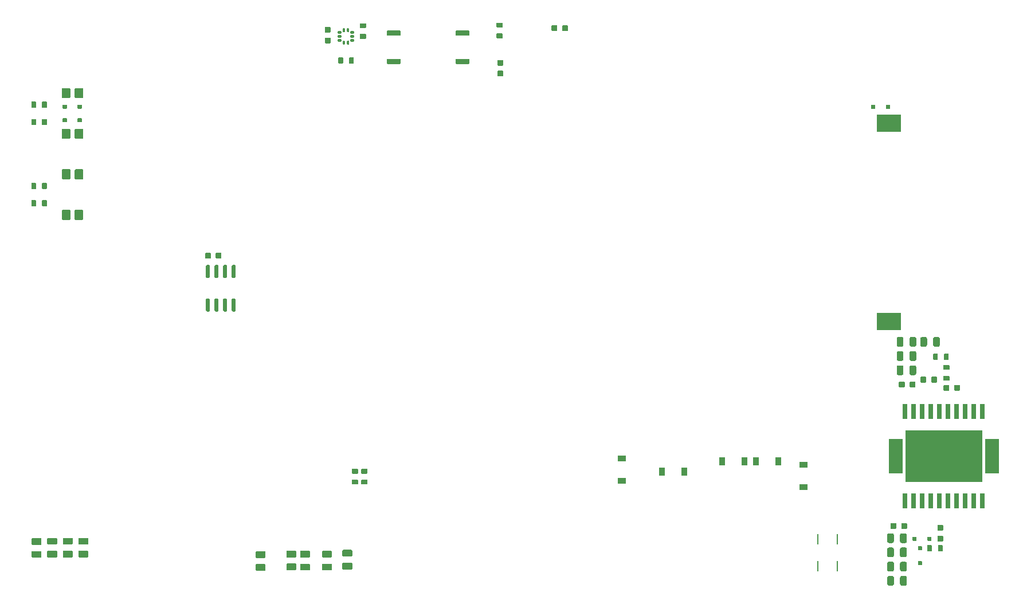
<source format=gtp>
G04 #@! TF.GenerationSoftware,KiCad,Pcbnew,(5.99.0-12439-g94954386e6)*
G04 #@! TF.CreationDate,2021-10-12T01:17:31+03:00*
G04 #@! TF.ProjectId,hellen121vag,68656c6c-656e-4313-9231-7661672e6b69,b*
G04 #@! TF.SameCoordinates,PX2b953a0PY6943058*
G04 #@! TF.FileFunction,Paste,Top*
G04 #@! TF.FilePolarity,Positive*
%FSLAX46Y46*%
G04 Gerber Fmt 4.6, Leading zero omitted, Abs format (unit mm)*
G04 Created by KiCad (PCBNEW (5.99.0-12439-g94954386e6)) date 2021-10-12 01:17:31*
%MOMM*%
%LPD*%
G01*
G04 APERTURE LIST*
%ADD10O,0.000001X0.000001*%
%ADD11R,0.203200X1.524000*%
%ADD12R,1.200000X0.900000*%
%ADD13R,0.800000X2.200000*%
%ADD14R,2.032000X5.080000*%
%ADD15R,11.430000X7.620000*%
%ADD16R,3.600000X2.600000*%
%ADD17R,0.900000X1.200000*%
G04 APERTURE END LIST*
G04 #@! TO.C,U3*
G36*
G01*
X34145000Y64850000D02*
X33845000Y64850000D01*
G75*
G02*
X33695000Y65000000I0J150000D01*
G01*
X33695000Y66650000D01*
G75*
G02*
X33845000Y66800000I150000J0D01*
G01*
X34145000Y66800000D01*
G75*
G02*
X34295000Y66650000I0J-150000D01*
G01*
X34295000Y65000000D01*
G75*
G02*
X34145000Y64850000I-150000J0D01*
G01*
G37*
G36*
G01*
X35415000Y64850000D02*
X35115000Y64850000D01*
G75*
G02*
X34965000Y65000000I0J150000D01*
G01*
X34965000Y66650000D01*
G75*
G02*
X35115000Y66800000I150000J0D01*
G01*
X35415000Y66800000D01*
G75*
G02*
X35565000Y66650000I0J-150000D01*
G01*
X35565000Y65000000D01*
G75*
G02*
X35415000Y64850000I-150000J0D01*
G01*
G37*
G36*
G01*
X36685000Y64850000D02*
X36385000Y64850000D01*
G75*
G02*
X36235000Y65000000I0J150000D01*
G01*
X36235000Y66650000D01*
G75*
G02*
X36385000Y66800000I150000J0D01*
G01*
X36685000Y66800000D01*
G75*
G02*
X36835000Y66650000I0J-150000D01*
G01*
X36835000Y65000000D01*
G75*
G02*
X36685000Y64850000I-150000J0D01*
G01*
G37*
G36*
G01*
X37955000Y64850000D02*
X37655000Y64850000D01*
G75*
G02*
X37505000Y65000000I0J150000D01*
G01*
X37505000Y66650000D01*
G75*
G02*
X37655000Y66800000I150000J0D01*
G01*
X37955000Y66800000D01*
G75*
G02*
X38105000Y66650000I0J-150000D01*
G01*
X38105000Y65000000D01*
G75*
G02*
X37955000Y64850000I-150000J0D01*
G01*
G37*
G36*
G01*
X37955000Y69800000D02*
X37655000Y69800000D01*
G75*
G02*
X37505000Y69950000I0J150000D01*
G01*
X37505000Y71600000D01*
G75*
G02*
X37655000Y71750000I150000J0D01*
G01*
X37955000Y71750000D01*
G75*
G02*
X38105000Y71600000I0J-150000D01*
G01*
X38105000Y69950000D01*
G75*
G02*
X37955000Y69800000I-150000J0D01*
G01*
G37*
G36*
G01*
X36685000Y69800000D02*
X36385000Y69800000D01*
G75*
G02*
X36235000Y69950000I0J150000D01*
G01*
X36235000Y71600000D01*
G75*
G02*
X36385000Y71750000I150000J0D01*
G01*
X36685000Y71750000D01*
G75*
G02*
X36835000Y71600000I0J-150000D01*
G01*
X36835000Y69950000D01*
G75*
G02*
X36685000Y69800000I-150000J0D01*
G01*
G37*
G36*
G01*
X35415000Y69800000D02*
X35115000Y69800000D01*
G75*
G02*
X34965000Y69950000I0J150000D01*
G01*
X34965000Y71600000D01*
G75*
G02*
X35115000Y71750000I150000J0D01*
G01*
X35415000Y71750000D01*
G75*
G02*
X35565000Y71600000I0J-150000D01*
G01*
X35565000Y69950000D01*
G75*
G02*
X35415000Y69800000I-150000J0D01*
G01*
G37*
G36*
G01*
X34145000Y69800000D02*
X33845000Y69800000D01*
G75*
G02*
X33695000Y69950000I0J150000D01*
G01*
X33695000Y71600000D01*
G75*
G02*
X33845000Y71750000I150000J0D01*
G01*
X34145000Y71750000D01*
G75*
G02*
X34295000Y71600000I0J-150000D01*
G01*
X34295000Y69950000D01*
G75*
G02*
X34145000Y69800000I-150000J0D01*
G01*
G37*
G04 #@! TD*
G04 #@! TO.C,R22*
G36*
G01*
X143450000Y58565000D02*
X143450000Y57785000D01*
G75*
G02*
X143380000Y57715000I-70000J0D01*
G01*
X142820000Y57715000D01*
G75*
G02*
X142750000Y57785000I0J70000D01*
G01*
X142750000Y58565000D01*
G75*
G02*
X142820000Y58635000I70000J0D01*
G01*
X143380000Y58635000D01*
G75*
G02*
X143450000Y58565000I0J-70000D01*
G01*
G37*
G36*
G01*
X141850000Y58565000D02*
X141850000Y57785000D01*
G75*
G02*
X141780000Y57715000I-70000J0D01*
G01*
X141220000Y57715000D01*
G75*
G02*
X141150000Y57785000I0J70000D01*
G01*
X141150000Y58565000D01*
G75*
G02*
X141220000Y58635000I70000J0D01*
G01*
X141780000Y58635000D01*
G75*
G02*
X141850000Y58565000I0J-70000D01*
G01*
G37*
G04 #@! TD*
G04 #@! TO.C,C15*
G36*
G01*
X51360000Y106915001D02*
X52040000Y106915001D01*
G75*
G02*
X52125000Y106830001I0J-85000D01*
G01*
X52125000Y106150001D01*
G75*
G02*
X52040000Y106065001I-85000J0D01*
G01*
X51360000Y106065001D01*
G75*
G02*
X51275000Y106150001I0J85000D01*
G01*
X51275000Y106830001D01*
G75*
G02*
X51360000Y106915001I85000J0D01*
G01*
G37*
G36*
G01*
X51360000Y105334999D02*
X52040000Y105334999D01*
G75*
G02*
X52125000Y105249999I0J-85000D01*
G01*
X52125000Y104569999D01*
G75*
G02*
X52040000Y104484999I-85000J0D01*
G01*
X51360000Y104484999D01*
G75*
G02*
X51275000Y104569999I0J85000D01*
G01*
X51275000Y105249999D01*
G75*
G02*
X51360000Y105334999I85000J0D01*
G01*
G37*
G04 #@! TD*
G04 #@! TO.C,C6*
G36*
G01*
X77540000Y99584999D02*
X76860000Y99584999D01*
G75*
G02*
X76775000Y99669999I0J85000D01*
G01*
X76775000Y100349999D01*
G75*
G02*
X76860000Y100434999I85000J0D01*
G01*
X77540000Y100434999D01*
G75*
G02*
X77625000Y100349999I0J-85000D01*
G01*
X77625000Y99669999D01*
G75*
G02*
X77540000Y99584999I-85000J0D01*
G01*
G37*
G36*
G01*
X77540000Y101165001D02*
X76860000Y101165001D01*
G75*
G02*
X76775000Y101250001I0J85000D01*
G01*
X76775000Y101930001D01*
G75*
G02*
X76860000Y102015001I85000J0D01*
G01*
X77540000Y102015001D01*
G75*
G02*
X77625000Y101930001I0J-85000D01*
G01*
X77625000Y101250001D01*
G75*
G02*
X77540000Y101165001I-85000J0D01*
G01*
G37*
G04 #@! TD*
D10*
G04 #@! TO.C,M1*
X45912501Y97531666D03*
G04 #@! TD*
G04 #@! TO.C,M6*
X95546542Y48347505D03*
G04 #@! TD*
G04 #@! TO.C,D8*
G36*
G01*
X14312000Y90505000D02*
X14312000Y91745000D01*
G75*
G02*
X14442000Y91875000I130000J0D01*
G01*
X15482000Y91875000D01*
G75*
G02*
X15612000Y91745000I0J-130000D01*
G01*
X15612000Y90505000D01*
G75*
G02*
X15482000Y90375000I-130000J0D01*
G01*
X14442000Y90375000D01*
G75*
G02*
X14312000Y90505000I0J130000D01*
G01*
G37*
G36*
G01*
X12411979Y90505000D02*
X12411979Y91745000D01*
G75*
G02*
X12541979Y91875000I130000J0D01*
G01*
X13581979Y91875000D01*
G75*
G02*
X13711979Y91745000I0J-130000D01*
G01*
X13711979Y90505000D01*
G75*
G02*
X13581979Y90375000I-130000J0D01*
G01*
X12541979Y90375000D01*
G75*
G02*
X12411979Y90505000I0J130000D01*
G01*
G37*
G04 #@! TD*
G04 #@! TO.C,R13*
G36*
G01*
X8075000Y31375001D02*
X9325000Y31375001D01*
G75*
G02*
X9425000Y31275001I0J-100000D01*
G01*
X9425000Y30475001D01*
G75*
G02*
X9325000Y30375001I-100000J0D01*
G01*
X8075000Y30375001D01*
G75*
G02*
X7975000Y30475001I0J100000D01*
G01*
X7975000Y31275001D01*
G75*
G02*
X8075000Y31375001I100000J0D01*
G01*
G37*
G36*
G01*
X8075000Y29474979D02*
X9325000Y29474979D01*
G75*
G02*
X9425000Y29374979I0J-100000D01*
G01*
X9425000Y28574979D01*
G75*
G02*
X9325000Y28474979I-100000J0D01*
G01*
X8075000Y28474979D01*
G75*
G02*
X7975000Y28574979I0J100000D01*
G01*
X7975000Y29374979D01*
G75*
G02*
X8075000Y29474979I100000J0D01*
G01*
G37*
G04 #@! TD*
G04 #@! TO.C,R4*
G36*
G01*
X55225000Y26749999D02*
X53975000Y26749999D01*
G75*
G02*
X53875000Y26849999I0J100000D01*
G01*
X53875000Y27649999D01*
G75*
G02*
X53975000Y27749999I100000J0D01*
G01*
X55225000Y27749999D01*
G75*
G02*
X55325000Y27649999I0J-100000D01*
G01*
X55325000Y26849999D01*
G75*
G02*
X55225000Y26749999I-100000J0D01*
G01*
G37*
G36*
G01*
X55225000Y28650021D02*
X53975000Y28650021D01*
G75*
G02*
X53875000Y28750021I0J100000D01*
G01*
X53875000Y29550021D01*
G75*
G02*
X53975000Y29650021I100000J0D01*
G01*
X55225000Y29650021D01*
G75*
G02*
X55325000Y29550021I0J-100000D01*
G01*
X55325000Y28750021D01*
G75*
G02*
X55225000Y28650021I-100000J0D01*
G01*
G37*
G04 #@! TD*
G04 #@! TO.C,R16*
G36*
G01*
X10212000Y95790000D02*
X10212000Y95010000D01*
G75*
G02*
X10142000Y94940000I-70000J0D01*
G01*
X9582000Y94940000D01*
G75*
G02*
X9512000Y95010000I0J70000D01*
G01*
X9512000Y95790000D01*
G75*
G02*
X9582000Y95860000I70000J0D01*
G01*
X10142000Y95860000D01*
G75*
G02*
X10212000Y95790000I0J-70000D01*
G01*
G37*
G36*
G01*
X8612000Y95790000D02*
X8612000Y95010000D01*
G75*
G02*
X8542000Y94940000I-70000J0D01*
G01*
X7982000Y94940000D01*
G75*
G02*
X7912000Y95010000I0J70000D01*
G01*
X7912000Y95790000D01*
G75*
G02*
X7982000Y95860000I70000J0D01*
G01*
X8542000Y95860000D01*
G75*
G02*
X8612000Y95790000I0J-70000D01*
G01*
G37*
G04 #@! TD*
G04 #@! TO.C,C5*
G36*
G01*
X145122001Y53932163D02*
X145122001Y53252163D01*
G75*
G02*
X145037001Y53167163I-85000J0D01*
G01*
X144357001Y53167163D01*
G75*
G02*
X144272001Y53252163I0J85000D01*
G01*
X144272001Y53932163D01*
G75*
G02*
X144357001Y54017163I85000J0D01*
G01*
X145037001Y54017163D01*
G75*
G02*
X145122001Y53932163I0J-85000D01*
G01*
G37*
G36*
G01*
X143541999Y53932163D02*
X143541999Y53252163D01*
G75*
G02*
X143456999Y53167163I-85000J0D01*
G01*
X142776999Y53167163D01*
G75*
G02*
X142691999Y53252163I0J85000D01*
G01*
X142691999Y53932163D01*
G75*
G02*
X142776999Y54017163I85000J0D01*
G01*
X143456999Y54017163D01*
G75*
G02*
X143541999Y53932163I0J-85000D01*
G01*
G37*
G04 #@! TD*
G04 #@! TO.C,C11*
G36*
G01*
X134362000Y30900000D02*
X134362000Y31850000D01*
G75*
G02*
X134612000Y32100000I250000J0D01*
G01*
X135112000Y32100000D01*
G75*
G02*
X135362000Y31850000I0J-250000D01*
G01*
X135362000Y30900000D01*
G75*
G02*
X135112000Y30650000I-250000J0D01*
G01*
X134612000Y30650000D01*
G75*
G02*
X134362000Y30900000I0J250000D01*
G01*
G37*
G36*
G01*
X136262000Y30900000D02*
X136262000Y31850000D01*
G75*
G02*
X136512000Y32100000I250000J0D01*
G01*
X137012000Y32100000D01*
G75*
G02*
X137262000Y31850000I0J-250000D01*
G01*
X137262000Y30900000D01*
G75*
G02*
X137012000Y30650000I-250000J0D01*
G01*
X136512000Y30650000D01*
G75*
G02*
X136262000Y30900000I0J250000D01*
G01*
G37*
G04 #@! TD*
G04 #@! TO.C,R8*
G36*
G01*
X47725000Y29500001D02*
X48975000Y29500001D01*
G75*
G02*
X49075000Y29400001I0J-100000D01*
G01*
X49075000Y28600001D01*
G75*
G02*
X48975000Y28500001I-100000J0D01*
G01*
X47725000Y28500001D01*
G75*
G02*
X47625000Y28600001I0J100000D01*
G01*
X47625000Y29400001D01*
G75*
G02*
X47725000Y29500001I100000J0D01*
G01*
G37*
G36*
G01*
X47725000Y27599979D02*
X48975000Y27599979D01*
G75*
G02*
X49075000Y27499979I0J-100000D01*
G01*
X49075000Y26699979D01*
G75*
G02*
X48975000Y26599979I-100000J0D01*
G01*
X47725000Y26599979D01*
G75*
G02*
X47625000Y26699979I0J100000D01*
G01*
X47625000Y27499979D01*
G75*
G02*
X47725000Y27599979I100000J0D01*
G01*
G37*
G04 #@! TD*
D11*
G04 #@! TO.C,F1*
X124075000Y27250000D03*
X124075000Y31250010D03*
G04 #@! TD*
D12*
G04 #@! TO.C,D10*
X122016200Y38951200D03*
X122016200Y42251200D03*
G04 #@! TD*
D13*
G04 #@! TO.C,U1*
X136992000Y36892163D03*
X138262000Y36892163D03*
X139532000Y36892163D03*
X140802000Y36892163D03*
X142072000Y36892163D03*
X143342000Y36892163D03*
X144612000Y36892163D03*
X145882000Y36892163D03*
X147152000Y36892163D03*
X148422000Y36892163D03*
X148422000Y50092163D03*
X147152000Y50092163D03*
X145882000Y50092163D03*
X144612000Y50092163D03*
X143342000Y50092163D03*
X142072000Y50092163D03*
X140802000Y50092163D03*
X139532000Y50092163D03*
X138262000Y50092163D03*
X136992000Y50092163D03*
D14*
X135595000Y43492163D03*
D15*
X142707000Y43492163D03*
D14*
X149819000Y43492163D03*
G04 #@! TD*
G04 #@! TO.C,R21*
G36*
G01*
X10212000Y81240000D02*
X10212000Y80460000D01*
G75*
G02*
X10142000Y80390000I-70000J0D01*
G01*
X9582000Y80390000D01*
G75*
G02*
X9512000Y80460000I0J70000D01*
G01*
X9512000Y81240000D01*
G75*
G02*
X9582000Y81310000I70000J0D01*
G01*
X10142000Y81310000D01*
G75*
G02*
X10212000Y81240000I0J-70000D01*
G01*
G37*
G36*
G01*
X8612000Y81240000D02*
X8612000Y80460000D01*
G75*
G02*
X8542000Y80390000I-70000J0D01*
G01*
X7982000Y80390000D01*
G75*
G02*
X7912000Y80460000I0J70000D01*
G01*
X7912000Y81240000D01*
G75*
G02*
X7982000Y81310000I70000J0D01*
G01*
X8542000Y81310000D01*
G75*
G02*
X8612000Y81240000I0J-70000D01*
G01*
G37*
G04 #@! TD*
D10*
G04 #@! TO.C,M10*
X25350001Y74749997D03*
G04 #@! TD*
G04 #@! TO.C,D4*
G36*
G01*
X14312000Y96505000D02*
X14312000Y97745000D01*
G75*
G02*
X14442000Y97875000I130000J0D01*
G01*
X15482000Y97875000D01*
G75*
G02*
X15612000Y97745000I0J-130000D01*
G01*
X15612000Y96505000D01*
G75*
G02*
X15482000Y96375000I-130000J0D01*
G01*
X14442000Y96375000D01*
G75*
G02*
X14312000Y96505000I0J130000D01*
G01*
G37*
G36*
G01*
X12411979Y96505000D02*
X12411979Y97745000D01*
G75*
G02*
X12541979Y97875000I130000J0D01*
G01*
X13581979Y97875000D01*
G75*
G02*
X13711979Y97745000I0J-130000D01*
G01*
X13711979Y96505000D01*
G75*
G02*
X13581979Y96375000I-130000J0D01*
G01*
X12541979Y96375000D01*
G75*
G02*
X12411979Y96505000I0J130000D01*
G01*
G37*
G04 #@! TD*
G04 #@! TO.C,C16*
G36*
G01*
X36015001Y73440000D02*
X36015001Y72760000D01*
G75*
G02*
X35930001Y72675000I-85000J0D01*
G01*
X35250001Y72675000D01*
G75*
G02*
X35165001Y72760000I0J85000D01*
G01*
X35165001Y73440000D01*
G75*
G02*
X35250001Y73525000I85000J0D01*
G01*
X35930001Y73525000D01*
G75*
G02*
X36015001Y73440000I0J-85000D01*
G01*
G37*
G36*
G01*
X34434999Y73440000D02*
X34434999Y72760000D01*
G75*
G02*
X34349999Y72675000I-85000J0D01*
G01*
X33669999Y72675000D01*
G75*
G02*
X33584999Y72760000I0J85000D01*
G01*
X33584999Y73440000D01*
G75*
G02*
X33669999Y73525000I85000J0D01*
G01*
X34349999Y73525000D01*
G75*
G02*
X34434999Y73440000I0J-85000D01*
G01*
G37*
G04 #@! TD*
G04 #@! TO.C,S1*
G36*
G01*
X60542000Y106400001D02*
X62382000Y106400001D01*
G75*
G02*
X62462000Y106320001I0J-80000D01*
G01*
X62462000Y105680001D01*
G75*
G02*
X62382000Y105600001I-80000J0D01*
G01*
X60542000Y105600001D01*
G75*
G02*
X60462000Y105680001I0J80000D01*
G01*
X60462000Y106320001D01*
G75*
G02*
X60542000Y106400001I80000J0D01*
G01*
G37*
G36*
G01*
X60542000Y102200000D02*
X62382000Y102200000D01*
G75*
G02*
X62462000Y102120000I0J-80000D01*
G01*
X62462000Y101480000D01*
G75*
G02*
X62382000Y101400000I-80000J0D01*
G01*
X60542000Y101400000D01*
G75*
G02*
X60462000Y101480000I0J80000D01*
G01*
X60462000Y102120000D01*
G75*
G02*
X60542000Y102200000I80000J0D01*
G01*
G37*
G04 #@! TD*
D16*
G04 #@! TO.C,BT1*
X134600000Y92700000D03*
X134600000Y63400000D03*
G04 #@! TD*
G04 #@! TO.C,R5*
G36*
G01*
X142717000Y56942163D02*
X143497000Y56942163D01*
G75*
G02*
X143567000Y56872163I0J-70000D01*
G01*
X143567000Y56312163D01*
G75*
G02*
X143497000Y56242163I-70000J0D01*
G01*
X142717000Y56242163D01*
G75*
G02*
X142647000Y56312163I0J70000D01*
G01*
X142647000Y56872163D01*
G75*
G02*
X142717000Y56942163I70000J0D01*
G01*
G37*
G36*
G01*
X142717000Y55342163D02*
X143497000Y55342163D01*
G75*
G02*
X143567000Y55272163I0J-70000D01*
G01*
X143567000Y54712163D01*
G75*
G02*
X143497000Y54642163I-70000J0D01*
G01*
X142717000Y54642163D01*
G75*
G02*
X142647000Y54712163I0J70000D01*
G01*
X142647000Y55272163D01*
G75*
G02*
X142717000Y55342163I70000J0D01*
G01*
G37*
G04 #@! TD*
G04 #@! TO.C,U2*
G36*
G01*
X54200000Y104300000D02*
X54000000Y104300000D01*
G75*
G02*
X53900000Y104400000I0J100000D01*
G01*
X53900000Y104750000D01*
G75*
G02*
X54000000Y104850000I100000J0D01*
G01*
X54200000Y104850000D01*
G75*
G02*
X54300000Y104750000I0J-100000D01*
G01*
X54300000Y104400000D01*
G75*
G02*
X54200000Y104300000I-100000J0D01*
G01*
G37*
G36*
G01*
X54800000Y104300000D02*
X54600000Y104300000D01*
G75*
G02*
X54500000Y104400000I0J100000D01*
G01*
X54500000Y104750000D01*
G75*
G02*
X54600000Y104850000I100000J0D01*
G01*
X54800000Y104850000D01*
G75*
G02*
X54900000Y104750000I0J-100000D01*
G01*
X54900000Y104400000D01*
G75*
G02*
X54800000Y104300000I-100000J0D01*
G01*
G37*
G36*
G01*
X55500000Y104700000D02*
X55150000Y104700000D01*
G75*
G02*
X55050000Y104800000I0J100000D01*
G01*
X55050000Y105000000D01*
G75*
G02*
X55150000Y105100000I100000J0D01*
G01*
X55500000Y105100000D01*
G75*
G02*
X55600000Y105000000I0J-100000D01*
G01*
X55600000Y104800000D01*
G75*
G02*
X55500000Y104700000I-100000J0D01*
G01*
G37*
G36*
G01*
X55500000Y105300000D02*
X55150000Y105300000D01*
G75*
G02*
X55050000Y105400000I0J100000D01*
G01*
X55050000Y105600000D01*
G75*
G02*
X55150000Y105700000I100000J0D01*
G01*
X55500000Y105700000D01*
G75*
G02*
X55600000Y105600000I0J-100000D01*
G01*
X55600000Y105400000D01*
G75*
G02*
X55500000Y105300000I-100000J0D01*
G01*
G37*
G36*
G01*
X55500000Y105900000D02*
X55150000Y105900000D01*
G75*
G02*
X55050000Y106000000I0J100000D01*
G01*
X55050000Y106200000D01*
G75*
G02*
X55150000Y106300000I100000J0D01*
G01*
X55500000Y106300000D01*
G75*
G02*
X55600000Y106200000I0J-100000D01*
G01*
X55600000Y106000000D01*
G75*
G02*
X55500000Y105900000I-100000J0D01*
G01*
G37*
G36*
G01*
X54800000Y106150000D02*
X54600000Y106150000D01*
G75*
G02*
X54500000Y106250000I0J100000D01*
G01*
X54500000Y106600000D01*
G75*
G02*
X54600000Y106700000I100000J0D01*
G01*
X54800000Y106700000D01*
G75*
G02*
X54900000Y106600000I0J-100000D01*
G01*
X54900000Y106250000D01*
G75*
G02*
X54800000Y106150000I-100000J0D01*
G01*
G37*
G36*
G01*
X54200000Y106150000D02*
X54000000Y106150000D01*
G75*
G02*
X53900000Y106250000I0J100000D01*
G01*
X53900000Y106600000D01*
G75*
G02*
X54000000Y106700000I100000J0D01*
G01*
X54200000Y106700000D01*
G75*
G02*
X54300000Y106600000I0J-100000D01*
G01*
X54300000Y106250000D01*
G75*
G02*
X54200000Y106150000I-100000J0D01*
G01*
G37*
G36*
G01*
X53650000Y105900000D02*
X53300000Y105900000D01*
G75*
G02*
X53200000Y106000000I0J100000D01*
G01*
X53200000Y106200000D01*
G75*
G02*
X53300000Y106300000I100000J0D01*
G01*
X53650000Y106300000D01*
G75*
G02*
X53750000Y106200000I0J-100000D01*
G01*
X53750000Y106000000D01*
G75*
G02*
X53650000Y105900000I-100000J0D01*
G01*
G37*
G36*
G01*
X53650000Y105300000D02*
X53300000Y105300000D01*
G75*
G02*
X53200000Y105400000I0J100000D01*
G01*
X53200000Y105600000D01*
G75*
G02*
X53300000Y105700000I100000J0D01*
G01*
X53650000Y105700000D01*
G75*
G02*
X53750000Y105600000I0J-100000D01*
G01*
X53750000Y105400000D01*
G75*
G02*
X53650000Y105300000I-100000J0D01*
G01*
G37*
G36*
G01*
X53650000Y104700000D02*
X53300000Y104700000D01*
G75*
G02*
X53200000Y104800000I0J100000D01*
G01*
X53200000Y105000000D01*
G75*
G02*
X53300000Y105100000I100000J0D01*
G01*
X53650000Y105100000D01*
G75*
G02*
X53750000Y105000000I0J-100000D01*
G01*
X53750000Y104800000D01*
G75*
G02*
X53650000Y104700000I-100000J0D01*
G01*
G37*
G04 #@! TD*
G04 #@! TO.C,D5*
G36*
G01*
X15302000Y92825000D02*
X14822000Y92825000D01*
G75*
G02*
X14762000Y92885000I0J60000D01*
G01*
X14762000Y93365000D01*
G75*
G02*
X14822000Y93425000I60000J0D01*
G01*
X15302000Y93425000D01*
G75*
G02*
X15362000Y93365000I0J-60000D01*
G01*
X15362000Y92885000D01*
G75*
G02*
X15302000Y92825000I-60000J0D01*
G01*
G37*
G36*
G01*
X13102000Y92825000D02*
X12622000Y92825000D01*
G75*
G02*
X12562000Y92885000I0J60000D01*
G01*
X12562000Y93365000D01*
G75*
G02*
X12622000Y93425000I60000J0D01*
G01*
X13102000Y93425000D01*
G75*
G02*
X13162000Y93365000I0J-60000D01*
G01*
X13162000Y92885000D01*
G75*
G02*
X13102000Y92825000I-60000J0D01*
G01*
G37*
G04 #@! TD*
G04 #@! TO.C,R18*
G36*
G01*
X53274986Y101550001D02*
X53274986Y102330001D01*
G75*
G02*
X53344986Y102400001I70000J0D01*
G01*
X53904986Y102400001D01*
G75*
G02*
X53974986Y102330001I0J-70000D01*
G01*
X53974986Y101550001D01*
G75*
G02*
X53904986Y101480001I-70000J0D01*
G01*
X53344986Y101480001D01*
G75*
G02*
X53274986Y101550001I0J70000D01*
G01*
G37*
G36*
G01*
X54874986Y101550001D02*
X54874986Y102330001D01*
G75*
G02*
X54944986Y102400001I70000J0D01*
G01*
X55504986Y102400001D01*
G75*
G02*
X55574986Y102330001I0J-70000D01*
G01*
X55574986Y101550001D01*
G75*
G02*
X55504986Y101480001I-70000J0D01*
G01*
X54944986Y101480001D01*
G75*
G02*
X54874986Y101550001I0J70000D01*
G01*
G37*
G04 #@! TD*
G04 #@! TO.C,R10*
G36*
G01*
X12675000Y31425001D02*
X13925000Y31425001D01*
G75*
G02*
X14025000Y31325001I0J-100000D01*
G01*
X14025000Y30525001D01*
G75*
G02*
X13925000Y30425001I-100000J0D01*
G01*
X12675000Y30425001D01*
G75*
G02*
X12575000Y30525001I0J100000D01*
G01*
X12575000Y31325001D01*
G75*
G02*
X12675000Y31425001I100000J0D01*
G01*
G37*
G36*
G01*
X12675000Y29524979D02*
X13925000Y29524979D01*
G75*
G02*
X14025000Y29424979I0J-100000D01*
G01*
X14025000Y28624979D01*
G75*
G02*
X13925000Y28524979I-100000J0D01*
G01*
X12675000Y28524979D01*
G75*
G02*
X12575000Y28624979I0J100000D01*
G01*
X12575000Y29424979D01*
G75*
G02*
X12675000Y29524979I100000J0D01*
G01*
G37*
G04 #@! TD*
G04 #@! TO.C,D3*
G36*
G01*
X15302000Y94825000D02*
X14822000Y94825000D01*
G75*
G02*
X14762000Y94885000I0J60000D01*
G01*
X14762000Y95365000D01*
G75*
G02*
X14822000Y95425000I60000J0D01*
G01*
X15302000Y95425000D01*
G75*
G02*
X15362000Y95365000I0J-60000D01*
G01*
X15362000Y94885000D01*
G75*
G02*
X15302000Y94825000I-60000J0D01*
G01*
G37*
G36*
G01*
X13102000Y94825000D02*
X12622000Y94825000D01*
G75*
G02*
X12562000Y94885000I0J60000D01*
G01*
X12562000Y95365000D01*
G75*
G02*
X12622000Y95425000I60000J0D01*
G01*
X13102000Y95425000D01*
G75*
G02*
X13162000Y95365000I0J-60000D01*
G01*
X13162000Y94885000D01*
G75*
G02*
X13102000Y94825000I-60000J0D01*
G01*
G37*
G04 #@! TD*
G04 #@! TO.C,R9*
G36*
G01*
X52225000Y26599999D02*
X50975000Y26599999D01*
G75*
G02*
X50875000Y26699999I0J100000D01*
G01*
X50875000Y27499999D01*
G75*
G02*
X50975000Y27599999I100000J0D01*
G01*
X52225000Y27599999D01*
G75*
G02*
X52325000Y27499999I0J-100000D01*
G01*
X52325000Y26699999D01*
G75*
G02*
X52225000Y26599999I-100000J0D01*
G01*
G37*
G36*
G01*
X52225000Y28500021D02*
X50975000Y28500021D01*
G75*
G02*
X50875000Y28600021I0J100000D01*
G01*
X50875000Y29400021D01*
G75*
G02*
X50975000Y29500021I100000J0D01*
G01*
X52225000Y29500021D01*
G75*
G02*
X52325000Y29400021I0J-100000D01*
G01*
X52325000Y28600021D01*
G75*
G02*
X52225000Y28500021I-100000J0D01*
G01*
G37*
G04 #@! TD*
G04 #@! TO.C,C8*
G36*
G01*
X135762000Y57804000D02*
X135762000Y58754000D01*
G75*
G02*
X136012000Y59004000I250000J0D01*
G01*
X136512000Y59004000D01*
G75*
G02*
X136762000Y58754000I0J-250000D01*
G01*
X136762000Y57804000D01*
G75*
G02*
X136512000Y57554000I-250000J0D01*
G01*
X136012000Y57554000D01*
G75*
G02*
X135762000Y57804000I0J250000D01*
G01*
G37*
G36*
G01*
X137662000Y57804000D02*
X137662000Y58754000D01*
G75*
G02*
X137912000Y59004000I250000J0D01*
G01*
X138412000Y59004000D01*
G75*
G02*
X138662000Y58754000I0J-250000D01*
G01*
X138662000Y57804000D01*
G75*
G02*
X138412000Y57554000I-250000J0D01*
G01*
X137912000Y57554000D01*
G75*
G02*
X137662000Y57804000I0J250000D01*
G01*
G37*
G04 #@! TD*
G04 #@! TO.C,D9*
G36*
G01*
X132060000Y95400000D02*
X132540000Y95400000D01*
G75*
G02*
X132600000Y95340000I0J-60000D01*
G01*
X132600000Y94860000D01*
G75*
G02*
X132540000Y94800000I-60000J0D01*
G01*
X132060000Y94800000D01*
G75*
G02*
X132000000Y94860000I0J60000D01*
G01*
X132000000Y95340000D01*
G75*
G02*
X132060000Y95400000I60000J0D01*
G01*
G37*
G36*
G01*
X134260000Y95400000D02*
X134740000Y95400000D01*
G75*
G02*
X134800000Y95340000I0J-60000D01*
G01*
X134800000Y94860000D01*
G75*
G02*
X134740000Y94800000I-60000J0D01*
G01*
X134260000Y94800000D01*
G75*
G02*
X134200000Y94860000I0J60000D01*
G01*
X134200000Y95340000D01*
G75*
G02*
X134260000Y95400000I60000J0D01*
G01*
G37*
G04 #@! TD*
G04 #@! TO.C,R6*
G36*
G01*
X56735000Y41600000D02*
X57515000Y41600000D01*
G75*
G02*
X57585000Y41530000I0J-70000D01*
G01*
X57585000Y40970000D01*
G75*
G02*
X57515000Y40900000I-70000J0D01*
G01*
X56735000Y40900000D01*
G75*
G02*
X56665000Y40970000I0J70000D01*
G01*
X56665000Y41530000D01*
G75*
G02*
X56735000Y41600000I70000J0D01*
G01*
G37*
G36*
G01*
X56735000Y40000000D02*
X57515000Y40000000D01*
G75*
G02*
X57585000Y39930000I0J-70000D01*
G01*
X57585000Y39370000D01*
G75*
G02*
X57515000Y39300000I-70000J0D01*
G01*
X56735000Y39300000D01*
G75*
G02*
X56665000Y39370000I0J70000D01*
G01*
X56665000Y39930000D01*
G75*
G02*
X56735000Y40000000I70000J0D01*
G01*
G37*
G04 #@! TD*
G04 #@! TO.C,R19*
G36*
G01*
X56510000Y107450000D02*
X57290000Y107450000D01*
G75*
G02*
X57360000Y107380000I0J-70000D01*
G01*
X57360000Y106820000D01*
G75*
G02*
X57290000Y106750000I-70000J0D01*
G01*
X56510000Y106750000D01*
G75*
G02*
X56440000Y106820000I0J70000D01*
G01*
X56440000Y107380000D01*
G75*
G02*
X56510000Y107450000I70000J0D01*
G01*
G37*
G36*
G01*
X56510000Y105850000D02*
X57290000Y105850000D01*
G75*
G02*
X57360000Y105780000I0J-70000D01*
G01*
X57360000Y105220000D01*
G75*
G02*
X57290000Y105150000I-70000J0D01*
G01*
X56510000Y105150000D01*
G75*
G02*
X56440000Y105220000I0J70000D01*
G01*
X56440000Y105780000D01*
G75*
G02*
X56510000Y105850000I70000J0D01*
G01*
G37*
G04 #@! TD*
D17*
G04 #@! TO.C,D12*
X113303000Y42709400D03*
X110003000Y42709400D03*
G04 #@! TD*
G04 #@! TO.C,D11*
X114981400Y42709400D03*
X118281400Y42709400D03*
G04 #@! TD*
G04 #@! TO.C,C10*
G36*
G01*
X142150000Y60850000D02*
X142150000Y59900000D01*
G75*
G02*
X141900000Y59650000I-250000J0D01*
G01*
X141400000Y59650000D01*
G75*
G02*
X141150000Y59900000I0J250000D01*
G01*
X141150000Y60850000D01*
G75*
G02*
X141400000Y61100000I250000J0D01*
G01*
X141900000Y61100000D01*
G75*
G02*
X142150000Y60850000I0J-250000D01*
G01*
G37*
G36*
G01*
X140250000Y60850000D02*
X140250000Y59900000D01*
G75*
G02*
X140000000Y59650000I-250000J0D01*
G01*
X139500000Y59650000D01*
G75*
G02*
X139250000Y59900000I0J250000D01*
G01*
X139250000Y60850000D01*
G75*
G02*
X139500000Y61100000I250000J0D01*
G01*
X140000000Y61100000D01*
G75*
G02*
X140250000Y60850000I0J-250000D01*
G01*
G37*
G04 #@! TD*
G04 #@! TO.C,R2*
G36*
G01*
X46950000Y26619999D02*
X45700000Y26619999D01*
G75*
G02*
X45600000Y26719999I0J100000D01*
G01*
X45600000Y27519999D01*
G75*
G02*
X45700000Y27619999I100000J0D01*
G01*
X46950000Y27619999D01*
G75*
G02*
X47050000Y27519999I0J-100000D01*
G01*
X47050000Y26719999D01*
G75*
G02*
X46950000Y26619999I-100000J0D01*
G01*
G37*
G36*
G01*
X46950000Y28520021D02*
X45700000Y28520021D01*
G75*
G02*
X45600000Y28620021I0J100000D01*
G01*
X45600000Y29420021D01*
G75*
G02*
X45700000Y29520021I100000J0D01*
G01*
X46950000Y29520021D01*
G75*
G02*
X47050000Y29420021I0J-100000D01*
G01*
X47050000Y28620021D01*
G75*
G02*
X46950000Y28520021I-100000J0D01*
G01*
G37*
G04 #@! TD*
G04 #@! TO.C,D14*
X104350000Y41175000D03*
X101050000Y41175000D03*
G04 #@! TD*
G04 #@! TO.C,R12*
G36*
G01*
X14975000Y31425022D02*
X16225000Y31425022D01*
G75*
G02*
X16325000Y31325022I0J-100000D01*
G01*
X16325000Y30525022D01*
G75*
G02*
X16225000Y30425022I-100000J0D01*
G01*
X14975000Y30425022D01*
G75*
G02*
X14875000Y30525022I0J100000D01*
G01*
X14875000Y31325022D01*
G75*
G02*
X14975000Y31425022I100000J0D01*
G01*
G37*
G36*
G01*
X14975000Y29525000D02*
X16225000Y29525000D01*
G75*
G02*
X16325000Y29425000I0J-100000D01*
G01*
X16325000Y28625000D01*
G75*
G02*
X16225000Y28525000I-100000J0D01*
G01*
X14975000Y28525000D01*
G75*
G02*
X14875000Y28625000I0J100000D01*
G01*
X14875000Y29425000D01*
G75*
G02*
X14975000Y29525000I100000J0D01*
G01*
G37*
G04 #@! TD*
D11*
G04 #@! TO.C,F2*
X126975000Y27250000D03*
X126975000Y31250010D03*
G04 #@! TD*
G04 #@! TO.C,C14*
G36*
G01*
X134362000Y28800000D02*
X134362000Y29750000D01*
G75*
G02*
X134612000Y30000000I250000J0D01*
G01*
X135112000Y30000000D01*
G75*
G02*
X135362000Y29750000I0J-250000D01*
G01*
X135362000Y28800000D01*
G75*
G02*
X135112000Y28550000I-250000J0D01*
G01*
X134612000Y28550000D01*
G75*
G02*
X134362000Y28800000I0J250000D01*
G01*
G37*
G36*
G01*
X136262000Y28800000D02*
X136262000Y29750000D01*
G75*
G02*
X136512000Y30000000I250000J0D01*
G01*
X137012000Y30000000D01*
G75*
G02*
X137262000Y29750000I0J-250000D01*
G01*
X137262000Y28800000D01*
G75*
G02*
X137012000Y28550000I-250000J0D01*
G01*
X136512000Y28550000D01*
G75*
G02*
X136262000Y28800000I0J250000D01*
G01*
G37*
G04 #@! TD*
G04 #@! TO.C,C3*
G36*
G01*
X141722001Y55132163D02*
X141722001Y54452163D01*
G75*
G02*
X141637001Y54367163I-85000J0D01*
G01*
X140957001Y54367163D01*
G75*
G02*
X140872001Y54452163I0J85000D01*
G01*
X140872001Y55132163D01*
G75*
G02*
X140957001Y55217163I85000J0D01*
G01*
X141637001Y55217163D01*
G75*
G02*
X141722001Y55132163I0J-85000D01*
G01*
G37*
G36*
G01*
X140141999Y55132163D02*
X140141999Y54452163D01*
G75*
G02*
X140056999Y54367163I-85000J0D01*
G01*
X139376999Y54367163D01*
G75*
G02*
X139291999Y54452163I0J85000D01*
G01*
X139291999Y55132163D01*
G75*
G02*
X139376999Y55217163I85000J0D01*
G01*
X140056999Y55217163D01*
G75*
G02*
X140141999Y55132163I0J-85000D01*
G01*
G37*
G04 #@! TD*
G04 #@! TO.C,C2*
G36*
G01*
X134856998Y32835000D02*
X134856998Y33515000D01*
G75*
G02*
X134941998Y33600000I85000J0D01*
G01*
X135621998Y33600000D01*
G75*
G02*
X135706998Y33515000I0J-85000D01*
G01*
X135706998Y32835000D01*
G75*
G02*
X135621998Y32750000I-85000J0D01*
G01*
X134941998Y32750000D01*
G75*
G02*
X134856998Y32835000I0J85000D01*
G01*
G37*
G36*
G01*
X136437000Y32835000D02*
X136437000Y33515000D01*
G75*
G02*
X136522000Y33600000I85000J0D01*
G01*
X137202000Y33600000D01*
G75*
G02*
X137287000Y33515000I0J-85000D01*
G01*
X137287000Y32835000D01*
G75*
G02*
X137202000Y32750000I-85000J0D01*
G01*
X136522000Y32750000D01*
G75*
G02*
X136437000Y32835000I0J85000D01*
G01*
G37*
G04 #@! TD*
G04 #@! TO.C,C12*
G36*
G01*
X134362000Y26700000D02*
X134362000Y27650000D01*
G75*
G02*
X134612000Y27900000I250000J0D01*
G01*
X135112000Y27900000D01*
G75*
G02*
X135362000Y27650000I0J-250000D01*
G01*
X135362000Y26700000D01*
G75*
G02*
X135112000Y26450000I-250000J0D01*
G01*
X134612000Y26450000D01*
G75*
G02*
X134362000Y26700000I0J250000D01*
G01*
G37*
G36*
G01*
X136262000Y26700000D02*
X136262000Y27650000D01*
G75*
G02*
X136512000Y27900000I250000J0D01*
G01*
X137012000Y27900000D01*
G75*
G02*
X137262000Y27650000I0J-250000D01*
G01*
X137262000Y26700000D01*
G75*
G02*
X137012000Y26450000I-250000J0D01*
G01*
X136512000Y26450000D01*
G75*
G02*
X136262000Y26700000I0J250000D01*
G01*
G37*
G04 #@! TD*
G04 #@! TO.C,C7*
G36*
G01*
X135762000Y59912800D02*
X135762000Y60862800D01*
G75*
G02*
X136012000Y61112800I250000J0D01*
G01*
X136512000Y61112800D01*
G75*
G02*
X136762000Y60862800I0J-250000D01*
G01*
X136762000Y59912800D01*
G75*
G02*
X136512000Y59662800I-250000J0D01*
G01*
X136012000Y59662800D01*
G75*
G02*
X135762000Y59912800I0J250000D01*
G01*
G37*
G36*
G01*
X137662000Y59912800D02*
X137662000Y60862800D01*
G75*
G02*
X137912000Y61112800I250000J0D01*
G01*
X138412000Y61112800D01*
G75*
G02*
X138662000Y60862800I0J-250000D01*
G01*
X138662000Y59912800D01*
G75*
G02*
X138412000Y59662800I-250000J0D01*
G01*
X137912000Y59662800D01*
G75*
G02*
X137662000Y59912800I0J250000D01*
G01*
G37*
G04 #@! TD*
G04 #@! TO.C,C9*
G36*
G01*
X135762000Y55704000D02*
X135762000Y56654000D01*
G75*
G02*
X136012000Y56904000I250000J0D01*
G01*
X136512000Y56904000D01*
G75*
G02*
X136762000Y56654000I0J-250000D01*
G01*
X136762000Y55704000D01*
G75*
G02*
X136512000Y55454000I-250000J0D01*
G01*
X136012000Y55454000D01*
G75*
G02*
X135762000Y55704000I0J250000D01*
G01*
G37*
G36*
G01*
X137662000Y55704000D02*
X137662000Y56654000D01*
G75*
G02*
X137912000Y56904000I250000J0D01*
G01*
X138412000Y56904000D01*
G75*
G02*
X138662000Y56654000I0J-250000D01*
G01*
X138662000Y55704000D01*
G75*
G02*
X138412000Y55454000I-250000J0D01*
G01*
X137912000Y55454000D01*
G75*
G02*
X137662000Y55704000I0J250000D01*
G01*
G37*
G04 #@! TD*
G04 #@! TO.C,R20*
G36*
G01*
X10212000Y83790000D02*
X10212000Y83010000D01*
G75*
G02*
X10142000Y82940000I-70000J0D01*
G01*
X9582000Y82940000D01*
G75*
G02*
X9512000Y83010000I0J70000D01*
G01*
X9512000Y83790000D01*
G75*
G02*
X9582000Y83860000I70000J0D01*
G01*
X10142000Y83860000D01*
G75*
G02*
X10212000Y83790000I0J-70000D01*
G01*
G37*
G36*
G01*
X8612000Y83790000D02*
X8612000Y83010000D01*
G75*
G02*
X8542000Y82940000I-70000J0D01*
G01*
X7982000Y82940000D01*
G75*
G02*
X7912000Y83010000I0J70000D01*
G01*
X7912000Y83790000D01*
G75*
G02*
X7982000Y83860000I70000J0D01*
G01*
X8542000Y83860000D01*
G75*
G02*
X8612000Y83790000I0J-70000D01*
G01*
G37*
G04 #@! TD*
D10*
G04 #@! TO.C,M2*
X127107496Y94825008D03*
X88412498Y95369312D03*
X103287500Y98775023D03*
X127107501Y96725009D03*
X90112515Y93367335D03*
G04 #@! TD*
G04 #@! TO.C,R17*
G36*
G01*
X10212000Y93240000D02*
X10212000Y92460000D01*
G75*
G02*
X10142000Y92390000I-70000J0D01*
G01*
X9582000Y92390000D01*
G75*
G02*
X9512000Y92460000I0J70000D01*
G01*
X9512000Y93240000D01*
G75*
G02*
X9582000Y93310000I70000J0D01*
G01*
X10142000Y93310000D01*
G75*
G02*
X10212000Y93240000I0J-70000D01*
G01*
G37*
G36*
G01*
X8612000Y93240000D02*
X8612000Y92460000D01*
G75*
G02*
X8542000Y92390000I-70000J0D01*
G01*
X7982000Y92390000D01*
G75*
G02*
X7912000Y92460000I0J70000D01*
G01*
X7912000Y93240000D01*
G75*
G02*
X7982000Y93310000I70000J0D01*
G01*
X8542000Y93310000D01*
G75*
G02*
X8612000Y93240000I0J-70000D01*
G01*
G37*
G04 #@! TD*
G04 #@! TO.C,R3*
G36*
G01*
X41175000Y29455001D02*
X42425000Y29455001D01*
G75*
G02*
X42525000Y29355001I0J-100000D01*
G01*
X42525000Y28555001D01*
G75*
G02*
X42425000Y28455001I-100000J0D01*
G01*
X41175000Y28455001D01*
G75*
G02*
X41075000Y28555001I0J100000D01*
G01*
X41075000Y29355001D01*
G75*
G02*
X41175000Y29455001I100000J0D01*
G01*
G37*
G36*
G01*
X41175000Y27554979D02*
X42425000Y27554979D01*
G75*
G02*
X42525000Y27454979I0J-100000D01*
G01*
X42525000Y26654979D01*
G75*
G02*
X42425000Y26554979I-100000J0D01*
G01*
X41175000Y26554979D01*
G75*
G02*
X41075000Y26654979I0J100000D01*
G01*
X41075000Y27454979D01*
G75*
G02*
X41175000Y27554979I100000J0D01*
G01*
G37*
G04 #@! TD*
G04 #@! TO.C,S2*
G36*
G01*
X72545000Y101399999D02*
X70705000Y101399999D01*
G75*
G02*
X70625000Y101479999I0J80000D01*
G01*
X70625000Y102119999D01*
G75*
G02*
X70705000Y102199999I80000J0D01*
G01*
X72545000Y102199999D01*
G75*
G02*
X72625000Y102119999I0J-80000D01*
G01*
X72625000Y101479999D01*
G75*
G02*
X72545000Y101399999I-80000J0D01*
G01*
G37*
G36*
G01*
X72545000Y105600000D02*
X70705000Y105600000D01*
G75*
G02*
X70625000Y105680000I0J80000D01*
G01*
X70625000Y106320000D01*
G75*
G02*
X70705000Y106400000I80000J0D01*
G01*
X72545000Y106400000D01*
G75*
G02*
X72625000Y106320000I0J-80000D01*
G01*
X72625000Y105680000D01*
G75*
G02*
X72545000Y105600000I-80000J0D01*
G01*
G37*
G04 #@! TD*
G04 #@! TO.C,D7*
G36*
G01*
X14312000Y78505000D02*
X14312000Y79745000D01*
G75*
G02*
X14442000Y79875000I130000J0D01*
G01*
X15482000Y79875000D01*
G75*
G02*
X15612000Y79745000I0J-130000D01*
G01*
X15612000Y78505000D01*
G75*
G02*
X15482000Y78375000I-130000J0D01*
G01*
X14442000Y78375000D01*
G75*
G02*
X14312000Y78505000I0J130000D01*
G01*
G37*
G36*
G01*
X12411979Y78505000D02*
X12411979Y79745000D01*
G75*
G02*
X12541979Y79875000I130000J0D01*
G01*
X13581979Y79875000D01*
G75*
G02*
X13711979Y79745000I0J-130000D01*
G01*
X13711979Y78505000D01*
G75*
G02*
X13581979Y78375000I-130000J0D01*
G01*
X12541979Y78375000D01*
G75*
G02*
X12411979Y78505000I0J130000D01*
G01*
G37*
G04 #@! TD*
G04 #@! TO.C,C13*
G36*
G01*
X134362000Y24600000D02*
X134362000Y25550000D01*
G75*
G02*
X134612000Y25800000I250000J0D01*
G01*
X135112000Y25800000D01*
G75*
G02*
X135362000Y25550000I0J-250000D01*
G01*
X135362000Y24600000D01*
G75*
G02*
X135112000Y24350000I-250000J0D01*
G01*
X134612000Y24350000D01*
G75*
G02*
X134362000Y24600000I0J250000D01*
G01*
G37*
G36*
G01*
X136262000Y24600000D02*
X136262000Y25550000D01*
G75*
G02*
X136512000Y25800000I250000J0D01*
G01*
X137012000Y25800000D01*
G75*
G02*
X137262000Y25550000I0J-250000D01*
G01*
X137262000Y24600000D01*
G75*
G02*
X137012000Y24350000I-250000J0D01*
G01*
X136512000Y24350000D01*
G75*
G02*
X136262000Y24600000I0J250000D01*
G01*
G37*
G04 #@! TD*
G04 #@! TO.C,R1*
G36*
G01*
X140257000Y29498163D02*
X140257000Y30278163D01*
G75*
G02*
X140327000Y30348163I70000J0D01*
G01*
X140887000Y30348163D01*
G75*
G02*
X140957000Y30278163I0J-70000D01*
G01*
X140957000Y29498163D01*
G75*
G02*
X140887000Y29428163I-70000J0D01*
G01*
X140327000Y29428163D01*
G75*
G02*
X140257000Y29498163I0J70000D01*
G01*
G37*
G36*
G01*
X141857000Y29498163D02*
X141857000Y30278163D01*
G75*
G02*
X141927000Y30348163I70000J0D01*
G01*
X142487000Y30348163D01*
G75*
G02*
X142557000Y30278163I0J-70000D01*
G01*
X142557000Y29498163D01*
G75*
G02*
X142487000Y29428163I-70000J0D01*
G01*
X141927000Y29428163D01*
G75*
G02*
X141857000Y29498163I0J70000D01*
G01*
G37*
G04 #@! TD*
G04 #@! TO.C,D2*
G36*
G01*
X138167000Y31588163D02*
X138647000Y31588163D01*
G75*
G02*
X138707000Y31528163I0J-60000D01*
G01*
X138707000Y31048163D01*
G75*
G02*
X138647000Y30988163I-60000J0D01*
G01*
X138167000Y30988163D01*
G75*
G02*
X138107000Y31048163I0J60000D01*
G01*
X138107000Y31528163D01*
G75*
G02*
X138167000Y31588163I60000J0D01*
G01*
G37*
G36*
G01*
X140367000Y31588163D02*
X140847000Y31588163D01*
G75*
G02*
X140907000Y31528163I0J-60000D01*
G01*
X140907000Y31048163D01*
G75*
G02*
X140847000Y30988163I-60000J0D01*
G01*
X140367000Y30988163D01*
G75*
G02*
X140307000Y31048163I0J60000D01*
G01*
X140307000Y31528163D01*
G75*
G02*
X140367000Y31588163I60000J0D01*
G01*
G37*
G04 #@! TD*
G04 #@! TO.C,D6*
G36*
G01*
X14312000Y84505000D02*
X14312000Y85745000D01*
G75*
G02*
X14442000Y85875000I130000J0D01*
G01*
X15482000Y85875000D01*
G75*
G02*
X15612000Y85745000I0J-130000D01*
G01*
X15612000Y84505000D01*
G75*
G02*
X15482000Y84375000I-130000J0D01*
G01*
X14442000Y84375000D01*
G75*
G02*
X14312000Y84505000I0J130000D01*
G01*
G37*
G36*
G01*
X12411979Y84505000D02*
X12411979Y85745000D01*
G75*
G02*
X12541979Y85875000I130000J0D01*
G01*
X13581979Y85875000D01*
G75*
G02*
X13711979Y85745000I0J-130000D01*
G01*
X13711979Y84505000D01*
G75*
G02*
X13581979Y84375000I-130000J0D01*
G01*
X12541979Y84375000D01*
G75*
G02*
X12411979Y84505000I0J130000D01*
G01*
G37*
G04 #@! TD*
G04 #@! TO.C,C17*
G36*
G01*
X87215001Y107040000D02*
X87215001Y106360000D01*
G75*
G02*
X87130001Y106275000I-85000J0D01*
G01*
X86450001Y106275000D01*
G75*
G02*
X86365001Y106360000I0J85000D01*
G01*
X86365001Y107040000D01*
G75*
G02*
X86450001Y107125000I85000J0D01*
G01*
X87130001Y107125000D01*
G75*
G02*
X87215001Y107040000I0J-85000D01*
G01*
G37*
G36*
G01*
X85634999Y107040000D02*
X85634999Y106360000D01*
G75*
G02*
X85549999Y106275000I-85000J0D01*
G01*
X84869999Y106275000D01*
G75*
G02*
X84784999Y106360000I0J85000D01*
G01*
X84784999Y107040000D01*
G75*
G02*
X84869999Y107125000I85000J0D01*
G01*
X85549999Y107125000D01*
G75*
G02*
X85634999Y107040000I0J-85000D01*
G01*
G37*
G04 #@! TD*
G04 #@! TO.C,D1*
G36*
G01*
X139507000Y30128163D02*
X139507000Y29648163D01*
G75*
G02*
X139447000Y29588163I-60000J0D01*
G01*
X138967000Y29588163D01*
G75*
G02*
X138907000Y29648163I0J60000D01*
G01*
X138907000Y30128163D01*
G75*
G02*
X138967000Y30188163I60000J0D01*
G01*
X139447000Y30188163D01*
G75*
G02*
X139507000Y30128163I0J-60000D01*
G01*
G37*
G36*
G01*
X139507000Y27928163D02*
X139507000Y27448163D01*
G75*
G02*
X139447000Y27388163I-60000J0D01*
G01*
X138967000Y27388163D01*
G75*
G02*
X138907000Y27448163I0J60000D01*
G01*
X138907000Y27928163D01*
G75*
G02*
X138967000Y27988163I60000J0D01*
G01*
X139447000Y27988163D01*
G75*
G02*
X139507000Y27928163I0J-60000D01*
G01*
G37*
G04 #@! TD*
G04 #@! TO.C,C4*
G36*
G01*
X141867000Y33313163D02*
X142547000Y33313163D01*
G75*
G02*
X142632000Y33228163I0J-85000D01*
G01*
X142632000Y32548163D01*
G75*
G02*
X142547000Y32463163I-85000J0D01*
G01*
X141867000Y32463163D01*
G75*
G02*
X141782000Y32548163I0J85000D01*
G01*
X141782000Y33228163D01*
G75*
G02*
X141867000Y33313163I85000J0D01*
G01*
G37*
G36*
G01*
X141867000Y31733161D02*
X142547000Y31733161D01*
G75*
G02*
X142632000Y31648161I0J-85000D01*
G01*
X142632000Y30968161D01*
G75*
G02*
X142547000Y30883161I-85000J0D01*
G01*
X141867000Y30883161D01*
G75*
G02*
X141782000Y30968161I0J85000D01*
G01*
X141782000Y31648161D01*
G75*
G02*
X141867000Y31733161I85000J0D01*
G01*
G37*
G04 #@! TD*
G04 #@! TO.C,C1*
G36*
G01*
X136094998Y53739000D02*
X136094998Y54419000D01*
G75*
G02*
X136179998Y54504000I85000J0D01*
G01*
X136859998Y54504000D01*
G75*
G02*
X136944998Y54419000I0J-85000D01*
G01*
X136944998Y53739000D01*
G75*
G02*
X136859998Y53654000I-85000J0D01*
G01*
X136179998Y53654000D01*
G75*
G02*
X136094998Y53739000I0J85000D01*
G01*
G37*
G36*
G01*
X137675000Y53739000D02*
X137675000Y54419000D01*
G75*
G02*
X137760000Y54504000I85000J0D01*
G01*
X138440000Y54504000D01*
G75*
G02*
X138525000Y54419000I0J-85000D01*
G01*
X138525000Y53739000D01*
G75*
G02*
X138440000Y53654000I-85000J0D01*
G01*
X137760000Y53654000D01*
G75*
G02*
X137675000Y53739000I0J85000D01*
G01*
G37*
G04 #@! TD*
D12*
G04 #@! TO.C,D13*
X95200000Y43125000D03*
X95200000Y39825000D03*
G04 #@! TD*
G04 #@! TO.C,R23*
G36*
G01*
X77499000Y105237200D02*
X76719000Y105237200D01*
G75*
G02*
X76649000Y105307200I0J70000D01*
G01*
X76649000Y105867200D01*
G75*
G02*
X76719000Y105937200I70000J0D01*
G01*
X77499000Y105937200D01*
G75*
G02*
X77569000Y105867200I0J-70000D01*
G01*
X77569000Y105307200D01*
G75*
G02*
X77499000Y105237200I-70000J0D01*
G01*
G37*
G36*
G01*
X77499000Y106837200D02*
X76719000Y106837200D01*
G75*
G02*
X76649000Y106907200I0J70000D01*
G01*
X76649000Y107467200D01*
G75*
G02*
X76719000Y107537200I70000J0D01*
G01*
X77499000Y107537200D01*
G75*
G02*
X77569000Y107467200I0J-70000D01*
G01*
X77569000Y106907200D01*
G75*
G02*
X77499000Y106837200I-70000J0D01*
G01*
G37*
G04 #@! TD*
G04 #@! TO.C,R7*
G36*
G01*
X55335000Y41600000D02*
X56115000Y41600000D01*
G75*
G02*
X56185000Y41530000I0J-70000D01*
G01*
X56185000Y40970000D01*
G75*
G02*
X56115000Y40900000I-70000J0D01*
G01*
X55335000Y40900000D01*
G75*
G02*
X55265000Y40970000I0J70000D01*
G01*
X55265000Y41530000D01*
G75*
G02*
X55335000Y41600000I70000J0D01*
G01*
G37*
G36*
G01*
X55335000Y40000000D02*
X56115000Y40000000D01*
G75*
G02*
X56185000Y39930000I0J-70000D01*
G01*
X56185000Y39370000D01*
G75*
G02*
X56115000Y39300000I-70000J0D01*
G01*
X55335000Y39300000D01*
G75*
G02*
X55265000Y39370000I0J70000D01*
G01*
X55265000Y39930000D01*
G75*
G02*
X55335000Y40000000I70000J0D01*
G01*
G37*
G04 #@! TD*
D10*
G04 #@! TO.C,M8*
X93090985Y53412113D03*
X93005784Y47909548D03*
G36*
G01*
X84265989Y43487116D02*
X84265989Y43487116D01*
X84265989Y43487116D01*
X84265989Y43487116D01*
X84265989Y43487116D01*
G37*
X83765980Y46487113D03*
G04 #@! TD*
G04 #@! TO.C,R11*
G36*
G01*
X10375000Y31425001D02*
X11625000Y31425001D01*
G75*
G02*
X11725000Y31325001I0J-100000D01*
G01*
X11725000Y30525001D01*
G75*
G02*
X11625000Y30425001I-100000J0D01*
G01*
X10375000Y30425001D01*
G75*
G02*
X10275000Y30525001I0J100000D01*
G01*
X10275000Y31325001D01*
G75*
G02*
X10375000Y31425001I100000J0D01*
G01*
G37*
G36*
G01*
X10375000Y29524979D02*
X11625000Y29524979D01*
G75*
G02*
X11725000Y29424979I0J-100000D01*
G01*
X11725000Y28624979D01*
G75*
G02*
X11625000Y28524979I-100000J0D01*
G01*
X10375000Y28524979D01*
G75*
G02*
X10275000Y28624979I0J100000D01*
G01*
X10275000Y29424979D01*
G75*
G02*
X10375000Y29524979I100000J0D01*
G01*
G37*
G04 #@! TD*
M02*

</source>
